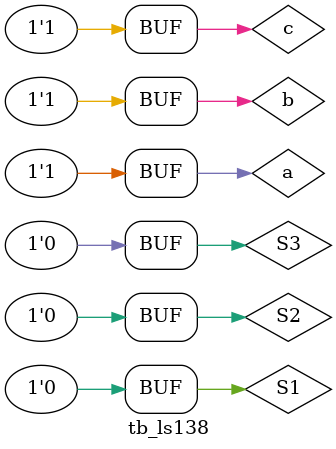
<source format=v>
module tb_ls138();
reg a,b,c,S1,S2,S3;wire d0,d1,d2,d3,d4,d5,d6,d7;
ls138 i1(.a(a),.b(b),.c(c),.S1(S1),.S2(S2),.S3(S3),.d0(d0),.d1(d1),.d2(d2),.d3(d3),.d4(d4),.d5(d5),.d6(d6),.d7(d7));

initial begin 
S1<=0;S2<=0;S3<=0;
#100;S1<=1;a<=0;b<=0;c<=0;
#50;a<=0;b<=0;c<=1;
#50;a<=0;b<=1;c<=0;
#50;a<=0;b<=1;c<=1;
#50;a<=1;b<=0;c<=0;
#50;a<=1;b<=0;c<=1;
#50;a<=1;b<=1;c<=0;
#50;a<=1;b<=1;c<=1;
#100;S1<=0;
end

endmodule
</source>
